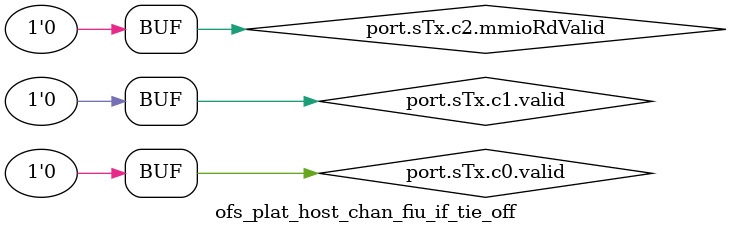
<source format=sv>



`include "ofs_plat_if.vh"

module ofs_plat_host_chan_fiu_if_tie_off
   (
    ofs_plat_host_ccip_if.to_fiu port
    );

    always_comb
    begin
        port.sTx.c0.valid = 1'b0;
        port.sTx.c1.valid = 1'b0;
        port.sTx.c2.mmioRdValid = 1'b0;
    end

endmodule // ofs_plat_host_chan_fiu_if_tie_off

</source>
